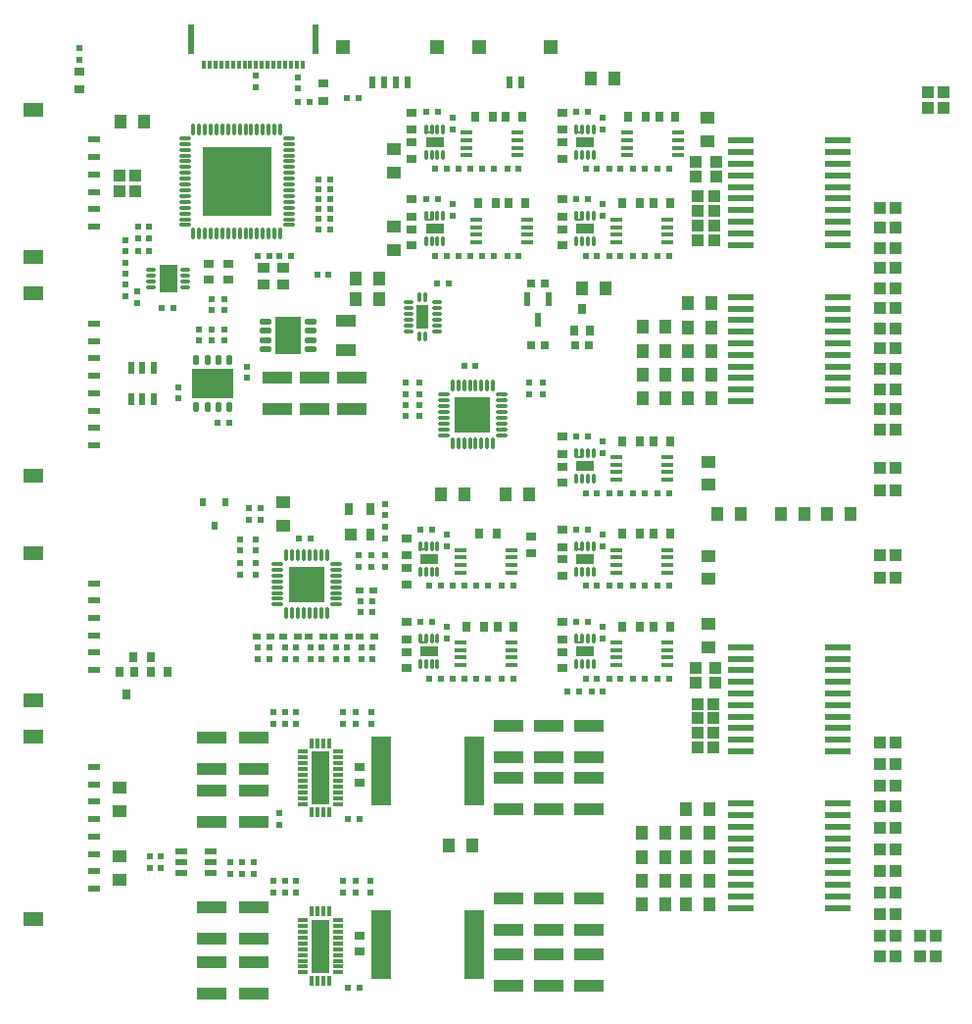
<source format=gtp>
G04 Layer_Color=8421504*
%FSLAX25Y25*%
%MOIN*%
G70*
G01*
G75*
%ADD10R,0.07087X0.03937*%
G04:AMPARAMS|DCode=11|XSize=11.81mil|YSize=35.43mil|CornerRadius=1.18mil|HoleSize=0mil|Usage=FLASHONLY|Rotation=90.000|XOffset=0mil|YOffset=0mil|HoleType=Round|Shape=RoundedRectangle|*
%AMROUNDEDRECTD11*
21,1,0.01181,0.03307,0,0,90.0*
21,1,0.00945,0.03543,0,0,90.0*
1,1,0.00236,0.01654,0.00472*
1,1,0.00236,0.01654,-0.00472*
1,1,0.00236,-0.01654,-0.00472*
1,1,0.00236,-0.01654,0.00472*
%
%ADD11ROUNDEDRECTD11*%
G04:AMPARAMS|DCode=12|XSize=11.81mil|YSize=35.43mil|CornerRadius=1.18mil|HoleSize=0mil|Usage=FLASHONLY|Rotation=0.000|XOffset=0mil|YOffset=0mil|HoleType=Round|Shape=RoundedRectangle|*
%AMROUNDEDRECTD12*
21,1,0.01181,0.03307,0,0,0.0*
21,1,0.00945,0.03543,0,0,0.0*
1,1,0.00236,0.00472,-0.01654*
1,1,0.00236,-0.00472,-0.01654*
1,1,0.00236,-0.00472,0.01654*
1,1,0.00236,0.00472,0.01654*
%
%ADD12ROUNDEDRECTD12*%
%ADD13R,0.06496X0.18307*%
%ADD14R,0.03937X0.02165*%
%ADD15R,0.02362X0.04724*%
%ADD16R,0.02362X0.04134*%
%ADD17R,0.02165X0.03150*%
G04:AMPARAMS|DCode=18|XSize=27.56mil|YSize=43.31mil|CornerRadius=1.38mil|HoleSize=0mil|Usage=FLASHONLY|Rotation=0.000|XOffset=0mil|YOffset=0mil|HoleType=Round|Shape=RoundedRectangle|*
%AMROUNDEDRECTD18*
21,1,0.02756,0.04055,0,0,0.0*
21,1,0.02480,0.04331,0,0,0.0*
1,1,0.00276,0.01240,-0.02028*
1,1,0.00276,-0.01240,-0.02028*
1,1,0.00276,-0.01240,0.02028*
1,1,0.00276,0.01240,0.02028*
%
%ADD18ROUNDEDRECTD18*%
G04:AMPARAMS|DCode=19|XSize=43.31mil|YSize=43.31mil|CornerRadius=2.17mil|HoleSize=0mil|Usage=FLASHONLY|Rotation=0.000|XOffset=0mil|YOffset=0mil|HoleType=Round|Shape=RoundedRectangle|*
%AMROUNDEDRECTD19*
21,1,0.04331,0.03898,0,0,0.0*
21,1,0.03898,0.04331,0,0,0.0*
1,1,0.00433,0.01949,-0.01949*
1,1,0.00433,-0.01949,-0.01949*
1,1,0.00433,-0.01949,0.01949*
1,1,0.00433,0.01949,0.01949*
%
%ADD19ROUNDEDRECTD19*%
G04:AMPARAMS|DCode=20|XSize=11.81mil|YSize=39.37mil|CornerRadius=4.72mil|HoleSize=0mil|Usage=FLASHONLY|Rotation=90.000|XOffset=0mil|YOffset=0mil|HoleType=Round|Shape=RoundedRectangle|*
%AMROUNDEDRECTD20*
21,1,0.01181,0.02992,0,0,90.0*
21,1,0.00236,0.03937,0,0,90.0*
1,1,0.00945,0.01496,0.00118*
1,1,0.00945,0.01496,-0.00118*
1,1,0.00945,-0.01496,-0.00118*
1,1,0.00945,-0.01496,0.00118*
%
%ADD20ROUNDEDRECTD20*%
G04:AMPARAMS|DCode=21|XSize=11.81mil|YSize=39.37mil|CornerRadius=4.72mil|HoleSize=0mil|Usage=FLASHONLY|Rotation=0.000|XOffset=0mil|YOffset=0mil|HoleType=Round|Shape=RoundedRectangle|*
%AMROUNDEDRECTD21*
21,1,0.01181,0.02992,0,0,0.0*
21,1,0.00236,0.03937,0,0,0.0*
1,1,0.00945,0.00118,-0.01496*
1,1,0.00945,-0.00118,-0.01496*
1,1,0.00945,-0.00118,0.01496*
1,1,0.00945,0.00118,0.01496*
%
%ADD21ROUNDEDRECTD21*%
%ADD22R,0.23622X0.23622*%
G04:AMPARAMS|DCode=23|XSize=11.81mil|YSize=39.37mil|CornerRadius=2.95mil|HoleSize=0mil|Usage=FLASHONLY|Rotation=90.000|XOffset=0mil|YOffset=0mil|HoleType=Round|Shape=RoundedRectangle|*
%AMROUNDEDRECTD23*
21,1,0.01181,0.03347,0,0,90.0*
21,1,0.00591,0.03937,0,0,90.0*
1,1,0.00591,0.01673,0.00295*
1,1,0.00591,0.01673,-0.00295*
1,1,0.00591,-0.01673,-0.00295*
1,1,0.00591,-0.01673,0.00295*
%
%ADD23ROUNDEDRECTD23*%
G04:AMPARAMS|DCode=24|XSize=11.81mil|YSize=39.37mil|CornerRadius=2.95mil|HoleSize=0mil|Usage=FLASHONLY|Rotation=0.000|XOffset=0mil|YOffset=0mil|HoleType=Round|Shape=RoundedRectangle|*
%AMROUNDEDRECTD24*
21,1,0.01181,0.03347,0,0,0.0*
21,1,0.00591,0.03937,0,0,0.0*
1,1,0.00591,0.00295,-0.01673*
1,1,0.00591,-0.00295,-0.01673*
1,1,0.00591,-0.00295,0.01673*
1,1,0.00591,0.00295,0.01673*
%
%ADD24ROUNDEDRECTD24*%
%ADD25R,0.12402X0.12402*%
%ADD26R,0.04134X0.02362*%
%ADD27R,0.07087X0.04921*%
%ADD28R,0.04961X0.05118*%
%ADD29R,0.01969X0.03937*%
%ADD30R,0.02756X0.03543*%
%ADD31R,0.08898X0.02402*%
%ADD32R,0.03937X0.03347*%
%ADD33R,0.04331X0.08268*%
G04:AMPARAMS|DCode=34|XSize=11.81mil|YSize=31.5mil|CornerRadius=1.18mil|HoleSize=0mil|Usage=FLASHONLY|Rotation=0.000|XOffset=0mil|YOffset=0mil|HoleType=Round|Shape=RoundedRectangle|*
%AMROUNDEDRECTD34*
21,1,0.01181,0.02913,0,0,0.0*
21,1,0.00945,0.03150,0,0,0.0*
1,1,0.00236,0.00472,-0.01457*
1,1,0.00236,-0.00472,-0.01457*
1,1,0.00236,-0.00472,0.01457*
1,1,0.00236,0.00472,0.01457*
%
%ADD34ROUNDEDRECTD34*%
G04:AMPARAMS|DCode=35|XSize=11.81mil|YSize=31.5mil|CornerRadius=1.18mil|HoleSize=0mil|Usage=FLASHONLY|Rotation=90.000|XOffset=0mil|YOffset=0mil|HoleType=Round|Shape=RoundedRectangle|*
%AMROUNDEDRECTD35*
21,1,0.01181,0.02913,0,0,90.0*
21,1,0.00945,0.03150,0,0,90.0*
1,1,0.00236,0.01457,0.00472*
1,1,0.00236,0.01457,-0.00472*
1,1,0.00236,-0.01457,-0.00472*
1,1,0.00236,-0.01457,0.00472*
%
%ADD35ROUNDEDRECTD35*%
G04:AMPARAMS|DCode=36|XSize=11.81mil|YSize=31.5mil|CornerRadius=2.95mil|HoleSize=0mil|Usage=FLASHONLY|Rotation=180.000|XOffset=0mil|YOffset=0mil|HoleType=Round|Shape=RoundedRectangle|*
%AMROUNDEDRECTD36*
21,1,0.01181,0.02559,0,0,180.0*
21,1,0.00591,0.03150,0,0,180.0*
1,1,0.00591,-0.00295,0.01280*
1,1,0.00591,0.00295,0.01280*
1,1,0.00591,0.00295,-0.01280*
1,1,0.00591,-0.00295,-0.01280*
%
%ADD36ROUNDEDRECTD36*%
%ADD37R,0.06496X0.03740*%
%ADD38R,0.01969X0.00787*%
%ADD39R,0.09055X0.12598*%
G04:AMPARAMS|DCode=40|XSize=17.72mil|YSize=39.37mil|CornerRadius=1.77mil|HoleSize=0mil|Usage=FLASHONLY|Rotation=270.000|XOffset=0mil|YOffset=0mil|HoleType=Round|Shape=RoundedRectangle|*
%AMROUNDEDRECTD40*
21,1,0.01772,0.03583,0,0,270.0*
21,1,0.01417,0.03937,0,0,270.0*
1,1,0.00354,-0.01791,-0.00709*
1,1,0.00354,-0.01791,0.00709*
1,1,0.00354,0.01791,0.00709*
1,1,0.00354,0.01791,-0.00709*
%
%ADD40ROUNDEDRECTD40*%
G04:AMPARAMS|DCode=41|XSize=17.72mil|YSize=31.5mil|CornerRadius=1.77mil|HoleSize=0mil|Usage=FLASHONLY|Rotation=0.000|XOffset=0mil|YOffset=0mil|HoleType=Round|Shape=RoundedRectangle|*
%AMROUNDEDRECTD41*
21,1,0.01772,0.02795,0,0,0.0*
21,1,0.01417,0.03150,0,0,0.0*
1,1,0.00354,0.00709,-0.01398*
1,1,0.00354,-0.00709,-0.01398*
1,1,0.00354,-0.00709,0.01398*
1,1,0.00354,0.00709,0.01398*
%
%ADD41ROUNDEDRECTD41*%
%ADD42R,0.14173X0.10236*%
G04:AMPARAMS|DCode=43|XSize=11.81mil|YSize=31.5mil|CornerRadius=2.95mil|HoleSize=0mil|Usage=FLASHONLY|Rotation=270.000|XOffset=0mil|YOffset=0mil|HoleType=Round|Shape=RoundedRectangle|*
%AMROUNDEDRECTD43*
21,1,0.01181,0.02559,0,0,270.0*
21,1,0.00591,0.03150,0,0,270.0*
1,1,0.00591,-0.01280,-0.00295*
1,1,0.00591,-0.01280,0.00295*
1,1,0.00591,0.01280,0.00295*
1,1,0.00591,0.01280,-0.00295*
%
%ADD43ROUNDEDRECTD43*%
%ADD44R,0.06496X0.09449*%
%ADD45R,0.03543X0.03150*%
%ADD46R,0.10236X0.04331*%
%ADD47R,0.02362X0.10236*%
%ADD48R,0.01181X0.02756*%
%ADD49R,0.07087X0.23228*%
%ADD50R,0.03150X0.03543*%
%ADD51R,0.03543X0.02756*%
G04:AMPARAMS|DCode=52|XSize=27.56mil|YSize=35.43mil|CornerRadius=1.38mil|HoleSize=0mil|Usage=FLASHONLY|Rotation=0.000|XOffset=0mil|YOffset=0mil|HoleType=Round|Shape=RoundedRectangle|*
%AMROUNDEDRECTD52*
21,1,0.02756,0.03268,0,0,0.0*
21,1,0.02480,0.03543,0,0,0.0*
1,1,0.00276,0.01240,-0.01634*
1,1,0.00276,-0.01240,-0.01634*
1,1,0.00276,-0.01240,0.01634*
1,1,0.00276,0.01240,0.01634*
%
%ADD52ROUNDEDRECTD52*%
%ADD53R,0.03150X0.02756*%
%ADD54R,0.02362X0.02362*%
%ADD55R,0.03150X0.02362*%
%ADD56R,0.03858X0.03858*%
%ADD57R,0.03937X0.05118*%
%ADD58R,0.02362X0.02362*%
%ADD59R,0.05118X0.03937*%
%ADD60R,0.03858X0.03858*%
G04:AMPARAMS|DCode=61|XSize=16.14mil|YSize=43.31mil|CornerRadius=4.04mil|HoleSize=0mil|Usage=FLASHONLY|Rotation=90.000|XOffset=0mil|YOffset=0mil|HoleType=Round|Shape=RoundedRectangle|*
%AMROUNDEDRECTD61*
21,1,0.01614,0.03524,0,0,90.0*
21,1,0.00807,0.04331,0,0,90.0*
1,1,0.00807,0.01762,0.00404*
1,1,0.00807,0.01762,-0.00404*
1,1,0.00807,-0.01762,-0.00404*
1,1,0.00807,-0.01762,0.00404*
%
%ADD61ROUNDEDRECTD61*%
%ADD62R,0.03937X0.04331*%
D10*
X82382Y55709D02*
D03*
Y65551D02*
D03*
D11*
X67716Y-138091D02*
D03*
Y-140059D02*
D03*
Y-142028D02*
D03*
Y-143996D02*
D03*
Y-145965D02*
D03*
Y-147933D02*
D03*
Y-149902D02*
D03*
Y-151870D02*
D03*
Y-153839D02*
D03*
Y-155807D02*
D03*
X79527D02*
D03*
Y-153839D02*
D03*
Y-151870D02*
D03*
Y-149902D02*
D03*
Y-147933D02*
D03*
Y-145965D02*
D03*
Y-138091D02*
D03*
Y-140059D02*
D03*
Y-142028D02*
D03*
Y-143996D02*
D03*
X67716Y-80807D02*
D03*
Y-82776D02*
D03*
Y-84744D02*
D03*
Y-86713D02*
D03*
Y-88681D02*
D03*
Y-90650D02*
D03*
Y-92618D02*
D03*
Y-94587D02*
D03*
Y-96555D02*
D03*
Y-98524D02*
D03*
X79527D02*
D03*
Y-96555D02*
D03*
Y-94587D02*
D03*
Y-92618D02*
D03*
Y-90650D02*
D03*
Y-88681D02*
D03*
Y-80807D02*
D03*
Y-82776D02*
D03*
Y-84744D02*
D03*
Y-86713D02*
D03*
D12*
X70669Y-158760D02*
D03*
X72638D02*
D03*
X74606D02*
D03*
X76575D02*
D03*
X70669Y-135138D02*
D03*
X72638D02*
D03*
X74606D02*
D03*
X76575D02*
D03*
X70669Y-101476D02*
D03*
X72638D02*
D03*
X74606D02*
D03*
X76575D02*
D03*
X70669Y-77854D02*
D03*
X72638D02*
D03*
X74606D02*
D03*
X76575D02*
D03*
D13*
X73622Y-146949D02*
D03*
Y-89665D02*
D03*
D14*
X26083Y-114665D02*
D03*
Y-118405D02*
D03*
Y-122146D02*
D03*
X36319Y-122146D02*
D03*
Y-118405D02*
D03*
Y-114665D02*
D03*
D15*
X147638Y66043D02*
D03*
X143898Y73130D02*
D03*
X151378D02*
D03*
D16*
X16732Y49705D02*
D03*
X12992D02*
D03*
X9252D02*
D03*
Y39075D02*
D03*
X12992D02*
D03*
X16732D02*
D03*
D17*
X37402Y-3937D02*
D03*
X41142Y3937D02*
D03*
X33661D02*
D03*
D18*
X83169Y1772D02*
D03*
X90650D02*
D03*
Y-6890D02*
D03*
D19*
X83957D02*
D03*
D20*
X27403Y127698D02*
D03*
Y125730D02*
D03*
Y123761D02*
D03*
Y121793D02*
D03*
Y119824D02*
D03*
Y117856D02*
D03*
Y115887D02*
D03*
Y113919D02*
D03*
Y111950D02*
D03*
Y109982D02*
D03*
Y108013D02*
D03*
Y106045D02*
D03*
Y104076D02*
D03*
Y102108D02*
D03*
Y100139D02*
D03*
Y98171D02*
D03*
X62836D02*
D03*
Y100139D02*
D03*
Y102108D02*
D03*
Y104076D02*
D03*
Y106045D02*
D03*
Y108013D02*
D03*
Y109982D02*
D03*
Y111950D02*
D03*
Y113919D02*
D03*
Y115887D02*
D03*
Y117856D02*
D03*
Y119824D02*
D03*
Y121793D02*
D03*
Y123761D02*
D03*
Y125730D02*
D03*
Y127698D02*
D03*
D21*
X30356Y95218D02*
D03*
X32324D02*
D03*
X34293D02*
D03*
X36261D02*
D03*
X38230D02*
D03*
X40199D02*
D03*
X42167D02*
D03*
X44136D02*
D03*
X46104D02*
D03*
X48073D02*
D03*
X50041D02*
D03*
X52010D02*
D03*
X53978D02*
D03*
X55947D02*
D03*
X57915D02*
D03*
X59884D02*
D03*
Y130651D02*
D03*
X57915D02*
D03*
X55947D02*
D03*
X53978D02*
D03*
X52010D02*
D03*
X50041D02*
D03*
X48073D02*
D03*
X46104D02*
D03*
X44136D02*
D03*
X42167D02*
D03*
X40199D02*
D03*
X38230D02*
D03*
X36261D02*
D03*
X34293D02*
D03*
X32324D02*
D03*
X30356D02*
D03*
D22*
X45120Y112935D02*
D03*
D23*
X59055Y-17028D02*
D03*
Y-18996D02*
D03*
Y-20965D02*
D03*
Y-22933D02*
D03*
Y-24902D02*
D03*
Y-26870D02*
D03*
Y-28839D02*
D03*
Y-30807D02*
D03*
X78740D02*
D03*
Y-28839D02*
D03*
Y-26870D02*
D03*
Y-24902D02*
D03*
Y-22933D02*
D03*
Y-20965D02*
D03*
Y-18996D02*
D03*
Y-17028D02*
D03*
X115551Y40551D02*
D03*
Y38583D02*
D03*
Y36614D02*
D03*
Y34646D02*
D03*
Y32677D02*
D03*
Y30709D02*
D03*
Y28740D02*
D03*
Y26772D02*
D03*
X135236D02*
D03*
Y28740D02*
D03*
Y30709D02*
D03*
Y32677D02*
D03*
Y34646D02*
D03*
Y36614D02*
D03*
Y38583D02*
D03*
Y40551D02*
D03*
D24*
X62008Y-33760D02*
D03*
X63976D02*
D03*
X65945D02*
D03*
X67913D02*
D03*
X69882D02*
D03*
X71850D02*
D03*
X73819D02*
D03*
X75787D02*
D03*
Y-14075D02*
D03*
X73819D02*
D03*
X71850D02*
D03*
X69882D02*
D03*
X67913D02*
D03*
X65945D02*
D03*
X63976D02*
D03*
X62008D02*
D03*
X118504Y23819D02*
D03*
X120472D02*
D03*
X122441D02*
D03*
X124409D02*
D03*
X126378D02*
D03*
X128347D02*
D03*
X130315D02*
D03*
X132283D02*
D03*
Y43504D02*
D03*
X130315D02*
D03*
X128347D02*
D03*
X126378D02*
D03*
X124409D02*
D03*
X122441D02*
D03*
X120472D02*
D03*
X118504D02*
D03*
D25*
X68898Y-23917D02*
D03*
X125394Y33661D02*
D03*
D26*
X-3543Y-86024D02*
D03*
Y-91929D02*
D03*
Y-97835D02*
D03*
Y-103740D02*
D03*
Y-109646D02*
D03*
Y-115551D02*
D03*
Y-121457D02*
D03*
Y-127362D02*
D03*
Y23327D02*
D03*
Y29232D02*
D03*
Y35138D02*
D03*
Y41043D02*
D03*
Y46949D02*
D03*
Y52854D02*
D03*
Y58760D02*
D03*
Y64665D02*
D03*
Y-53051D02*
D03*
Y-47146D02*
D03*
Y-41240D02*
D03*
Y-35335D02*
D03*
Y-29429D02*
D03*
Y-23524D02*
D03*
Y97638D02*
D03*
Y103543D02*
D03*
Y109449D02*
D03*
Y115354D02*
D03*
Y121260D02*
D03*
Y127165D02*
D03*
D27*
X-24016Y-75787D02*
D03*
Y-137598D02*
D03*
Y13091D02*
D03*
Y74902D02*
D03*
Y-63287D02*
D03*
Y-13287D02*
D03*
Y87402D02*
D03*
Y137402D02*
D03*
D28*
X81102Y158524D02*
D03*
X113386D02*
D03*
X151969Y158523D02*
D03*
X127559D02*
D03*
D29*
X91339Y146752D02*
D03*
X103150D02*
D03*
X99213D02*
D03*
X95276D02*
D03*
X141732Y146752D02*
D03*
X137795D02*
D03*
D30*
X182283Y-38189D02*
D03*
X176378D02*
D03*
X21654Y-53839D02*
D03*
X15748D02*
D03*
X184252Y135039D02*
D03*
X178347D02*
D03*
X182283Y24803D02*
D03*
X176378D02*
D03*
X132087Y135039D02*
D03*
X126181D02*
D03*
X182283Y-6693D02*
D03*
X176378D02*
D03*
X133071Y105512D02*
D03*
X127165D02*
D03*
X182283D02*
D03*
X176378D02*
D03*
X133563Y-6791D02*
D03*
X127657D02*
D03*
X9843Y-48819D02*
D03*
X15748D02*
D03*
X129134Y-38189D02*
D03*
X123228D02*
D03*
D31*
X216437Y-45276D02*
D03*
Y-49213D02*
D03*
Y-53150D02*
D03*
Y-57087D02*
D03*
Y-61024D02*
D03*
Y-64961D02*
D03*
Y-68898D02*
D03*
Y-72835D02*
D03*
Y-76772D02*
D03*
Y-80709D02*
D03*
X249429D02*
D03*
Y-76772D02*
D03*
Y-72835D02*
D03*
Y-68898D02*
D03*
Y-64961D02*
D03*
Y-61024D02*
D03*
Y-57087D02*
D03*
Y-53150D02*
D03*
Y-49213D02*
D03*
Y-45276D02*
D03*
X216437Y-98425D02*
D03*
Y-102362D02*
D03*
Y-106299D02*
D03*
Y-110236D02*
D03*
Y-114173D02*
D03*
Y-118110D02*
D03*
Y-122047D02*
D03*
Y-125984D02*
D03*
Y-129921D02*
D03*
Y-133858D02*
D03*
X249429D02*
D03*
Y-129921D02*
D03*
Y-125984D02*
D03*
Y-122047D02*
D03*
Y-118110D02*
D03*
Y-114173D02*
D03*
Y-110236D02*
D03*
Y-106299D02*
D03*
Y-102362D02*
D03*
Y-98425D02*
D03*
X216437Y73740D02*
D03*
Y69803D02*
D03*
Y65866D02*
D03*
Y61929D02*
D03*
Y57992D02*
D03*
Y54055D02*
D03*
Y50118D02*
D03*
Y46181D02*
D03*
Y42244D02*
D03*
Y38307D02*
D03*
X249429D02*
D03*
Y42244D02*
D03*
Y46181D02*
D03*
Y50118D02*
D03*
Y54055D02*
D03*
Y57992D02*
D03*
Y61929D02*
D03*
Y65866D02*
D03*
Y69803D02*
D03*
Y73740D02*
D03*
X216437Y126890D02*
D03*
Y122953D02*
D03*
Y119016D02*
D03*
Y115079D02*
D03*
Y111142D02*
D03*
Y107205D02*
D03*
Y103268D02*
D03*
Y99331D02*
D03*
Y95394D02*
D03*
Y91457D02*
D03*
X249429D02*
D03*
Y95394D02*
D03*
Y99331D02*
D03*
Y103268D02*
D03*
Y107205D02*
D03*
Y111142D02*
D03*
Y115079D02*
D03*
Y119016D02*
D03*
Y122953D02*
D03*
Y126890D02*
D03*
D32*
X54134Y78150D02*
D03*
X60827D02*
D03*
Y83661D02*
D03*
X54134D02*
D03*
D33*
X108366Y66929D02*
D03*
D34*
X107382Y73622D02*
D03*
X109350D02*
D03*
Y60236D02*
D03*
X107382D02*
D03*
D35*
X113091Y71850D02*
D03*
Y69882D02*
D03*
Y67913D02*
D03*
Y65945D02*
D03*
Y63976D02*
D03*
Y62008D02*
D03*
X103642D02*
D03*
Y63976D02*
D03*
Y65945D02*
D03*
Y67913D02*
D03*
Y69882D02*
D03*
Y71850D02*
D03*
D36*
X160630Y92618D02*
D03*
X162598D02*
D03*
X164567D02*
D03*
X166535D02*
D03*
Y101279D02*
D03*
X164567D02*
D03*
X162598D02*
D03*
X160630D02*
D03*
Y-42421D02*
D03*
X162598D02*
D03*
X164567D02*
D03*
X166535D02*
D03*
Y-51083D02*
D03*
X164567D02*
D03*
X162598D02*
D03*
X160630D02*
D03*
Y122146D02*
D03*
X162598D02*
D03*
X164567D02*
D03*
X166535D02*
D03*
Y130807D02*
D03*
X164567D02*
D03*
X162598D02*
D03*
X160630D02*
D03*
Y11909D02*
D03*
X162598D02*
D03*
X164567D02*
D03*
X166535D02*
D03*
Y20571D02*
D03*
X164567D02*
D03*
X162598D02*
D03*
X160630D02*
D03*
X109449Y122146D02*
D03*
X111417D02*
D03*
X113386D02*
D03*
X115354D02*
D03*
Y130807D02*
D03*
X113386D02*
D03*
X111417D02*
D03*
X109449D02*
D03*
X160630Y-19587D02*
D03*
X162598D02*
D03*
X164567D02*
D03*
X166535D02*
D03*
Y-10925D02*
D03*
X164567D02*
D03*
X162598D02*
D03*
X160630D02*
D03*
X109449Y92618D02*
D03*
X111417D02*
D03*
X113386D02*
D03*
X115354D02*
D03*
Y101279D02*
D03*
X113386D02*
D03*
X111417D02*
D03*
X109449D02*
D03*
X107480Y-10925D02*
D03*
X109449D02*
D03*
X111417D02*
D03*
X113386D02*
D03*
Y-19587D02*
D03*
X111417D02*
D03*
X109449D02*
D03*
X107480D02*
D03*
Y-42421D02*
D03*
X109449D02*
D03*
X111417D02*
D03*
X113386D02*
D03*
Y-51083D02*
D03*
X111417D02*
D03*
X109449D02*
D03*
X107480D02*
D03*
D37*
X163583Y96949D02*
D03*
Y-46752D02*
D03*
Y126476D02*
D03*
Y16240D02*
D03*
X112402Y126476D02*
D03*
X163583Y-15256D02*
D03*
X112402Y96949D02*
D03*
X110433Y-15256D02*
D03*
Y-46752D02*
D03*
D38*
X161614Y100098D02*
D03*
Y-43602D02*
D03*
Y129626D02*
D03*
Y19390D02*
D03*
X110433Y129626D02*
D03*
X161614Y-12106D02*
D03*
X110433Y100098D02*
D03*
X108465Y-12106D02*
D03*
Y-43602D02*
D03*
D39*
X62697Y60630D02*
D03*
D40*
X55020Y55905D02*
D03*
Y59055D02*
D03*
Y62205D02*
D03*
Y65354D02*
D03*
X70374D02*
D03*
Y62205D02*
D03*
Y59055D02*
D03*
Y55905D02*
D03*
D41*
X42618Y52165D02*
D03*
X38878D02*
D03*
X35138D02*
D03*
X31398D02*
D03*
Y36417D02*
D03*
X35138D02*
D03*
X38878D02*
D03*
X42618D02*
D03*
D42*
X37008Y44291D02*
D03*
D43*
X27657Y76968D02*
D03*
Y78937D02*
D03*
Y80905D02*
D03*
Y82874D02*
D03*
X15846D02*
D03*
Y80905D02*
D03*
Y78937D02*
D03*
Y76968D02*
D03*
D44*
X21752Y79921D02*
D03*
D45*
X74409Y140256D02*
D03*
Y146161D02*
D03*
X87008Y-148721D02*
D03*
Y-143209D02*
D03*
Y-91437D02*
D03*
Y-85925D02*
D03*
X35630Y79528D02*
D03*
Y85039D02*
D03*
X42126Y79528D02*
D03*
Y85039D02*
D03*
X-8563Y150197D02*
D03*
Y144291D02*
D03*
X155905Y120768D02*
D03*
Y126279D02*
D03*
Y10531D02*
D03*
Y16043D02*
D03*
X104724Y120768D02*
D03*
Y126279D02*
D03*
X155905Y-20965D02*
D03*
Y-15453D02*
D03*
X104724Y91240D02*
D03*
Y96752D02*
D03*
X155905Y91240D02*
D03*
Y96752D02*
D03*
X145374Y-13189D02*
D03*
Y-7677D02*
D03*
X102756Y-23917D02*
D03*
Y-18406D02*
D03*
Y-52461D02*
D03*
Y-46949D02*
D03*
X155905Y-52461D02*
D03*
Y-46949D02*
D03*
D46*
X58760Y46260D02*
D03*
Y35630D02*
D03*
X137697Y-89665D02*
D03*
Y-100295D02*
D03*
X164961Y-149705D02*
D03*
Y-160335D02*
D03*
X137697Y-82677D02*
D03*
Y-72047D02*
D03*
Y-141437D02*
D03*
Y-130807D02*
D03*
X151083Y-149705D02*
D03*
Y-160335D02*
D03*
Y-82677D02*
D03*
Y-72047D02*
D03*
X36713Y-86614D02*
D03*
Y-75984D02*
D03*
X36713Y-133563D02*
D03*
Y-144193D02*
D03*
X50984Y-133563D02*
D03*
Y-144193D02*
D03*
Y-162894D02*
D03*
Y-152264D02*
D03*
X36713Y-162894D02*
D03*
Y-152264D02*
D03*
X50984Y-94095D02*
D03*
Y-104724D02*
D03*
X36713Y-94095D02*
D03*
Y-104724D02*
D03*
X50984Y-86614D02*
D03*
Y-75984D02*
D03*
X164961Y-141437D02*
D03*
Y-130807D02*
D03*
X151083Y-89665D02*
D03*
Y-100295D02*
D03*
X137697Y-149705D02*
D03*
Y-160335D02*
D03*
X164961Y-82677D02*
D03*
Y-72047D02*
D03*
Y-89665D02*
D03*
Y-100295D02*
D03*
X151083Y-141437D02*
D03*
Y-130807D02*
D03*
X71555Y46260D02*
D03*
Y35630D02*
D03*
X84350Y46260D02*
D03*
Y35630D02*
D03*
D47*
X71752Y161319D02*
D03*
X29626D02*
D03*
D48*
X33957Y152657D02*
D03*
X35925D02*
D03*
X37894D02*
D03*
X39862D02*
D03*
X41831D02*
D03*
X43799D02*
D03*
X45768D02*
D03*
X47736D02*
D03*
X67421D02*
D03*
X65453D02*
D03*
X63484D02*
D03*
X61516D02*
D03*
X59547D02*
D03*
X57579D02*
D03*
X55610D02*
D03*
X53642D02*
D03*
X51673D02*
D03*
X49705D02*
D03*
D49*
X94291Y-146358D02*
D03*
X125787D02*
D03*
Y-87500D02*
D03*
X94291D02*
D03*
D50*
X143209Y105512D02*
D03*
X137697D02*
D03*
X194390Y135039D02*
D03*
X188878D02*
D03*
X192421Y24803D02*
D03*
X186909D02*
D03*
X142224Y135039D02*
D03*
X136713D02*
D03*
X192421Y-6693D02*
D03*
X186909D02*
D03*
X192421Y105512D02*
D03*
X186909D02*
D03*
X139272Y-38189D02*
D03*
X133760D02*
D03*
X192421D02*
D03*
X186909D02*
D03*
D51*
X155905Y-42717D02*
D03*
Y-36811D02*
D03*
Y130512D02*
D03*
Y136417D02*
D03*
Y20276D02*
D03*
Y26181D02*
D03*
X104724Y130512D02*
D03*
Y136417D02*
D03*
X155905Y-11220D02*
D03*
Y-5315D02*
D03*
X104724Y100984D02*
D03*
Y106890D02*
D03*
X155905Y100984D02*
D03*
Y106890D02*
D03*
X102756Y-14173D02*
D03*
Y-8268D02*
D03*
Y-42717D02*
D03*
Y-36811D02*
D03*
D52*
X162600Y69640D02*
D03*
X165159Y62160D02*
D03*
X160041D02*
D03*
X10236Y-53839D02*
D03*
X5118D02*
D03*
X7677Y-61319D02*
D03*
D53*
X160238Y57200D02*
D03*
X164962D02*
D03*
X145256D02*
D03*
X149980D02*
D03*
Y78346D02*
D03*
X145256D02*
D03*
D54*
X95571Y-14173D02*
D03*
Y-18110D02*
D03*
X95571Y-4331D02*
D03*
Y-8268D02*
D03*
X85728Y-71260D02*
D03*
Y-67323D02*
D03*
X57579Y-124606D02*
D03*
Y-128543D02*
D03*
X65256D02*
D03*
Y-124606D02*
D03*
X81201Y-67323D02*
D03*
Y-71260D02*
D03*
X90748D02*
D03*
Y-67323D02*
D03*
X57579D02*
D03*
Y-71260D02*
D03*
X65256D02*
D03*
Y-67323D02*
D03*
X59449Y-105709D02*
D03*
Y-101772D02*
D03*
X81195Y-128543D02*
D03*
Y-124606D02*
D03*
X90650Y-124606D02*
D03*
Y-128543D02*
D03*
X61417Y-124606D02*
D03*
Y-128543D02*
D03*
X85722Y-124606D02*
D03*
Y-128543D02*
D03*
X61417Y-71260D02*
D03*
Y-67323D02*
D03*
X36516Y69193D02*
D03*
Y73130D02*
D03*
X40748D02*
D03*
Y69193D02*
D03*
X7382Y93110D02*
D03*
Y89173D02*
D03*
X36516Y58858D02*
D03*
Y62795D02*
D03*
X7382Y78051D02*
D03*
Y74114D02*
D03*
Y81496D02*
D03*
Y85433D02*
D03*
X56299Y-45276D02*
D03*
Y-49213D02*
D03*
X61417D02*
D03*
Y-45276D02*
D03*
X169685Y134744D02*
D03*
Y130807D02*
D03*
Y20571D02*
D03*
Y24508D02*
D03*
X118504Y134744D02*
D03*
Y130807D02*
D03*
X169685Y-10925D02*
D03*
Y-6988D02*
D03*
X118504Y105217D02*
D03*
Y101279D02*
D03*
X169685D02*
D03*
Y105217D02*
D03*
X48720Y50098D02*
D03*
Y46161D02*
D03*
X116535Y-6988D02*
D03*
Y-10925D02*
D03*
X32283Y58858D02*
D03*
Y62795D02*
D03*
X51675Y148827D02*
D03*
Y144890D02*
D03*
X-8563Y154331D02*
D03*
Y158268D02*
D03*
X40748Y62795D02*
D03*
Y58858D02*
D03*
X65929Y144488D02*
D03*
Y148425D02*
D03*
X25295Y43110D02*
D03*
Y39173D02*
D03*
X11122Y75492D02*
D03*
Y71555D02*
D03*
X49213Y-1969D02*
D03*
Y1969D02*
D03*
X53150Y-1969D02*
D03*
Y1969D02*
D03*
X102657Y33169D02*
D03*
Y37106D02*
D03*
X19390Y-116437D02*
D03*
Y-120374D02*
D03*
X46949Y-118405D02*
D03*
Y-122343D02*
D03*
X15453Y-116437D02*
D03*
Y-120374D02*
D03*
X43012Y-118405D02*
D03*
Y-122343D02*
D03*
X116535Y-42421D02*
D03*
Y-38484D02*
D03*
X169685D02*
D03*
Y-42421D02*
D03*
X50886Y-122343D02*
D03*
Y-118405D02*
D03*
X144587Y40748D02*
D03*
Y44685D02*
D03*
X46211Y-8563D02*
D03*
Y-12500D02*
D03*
X107382Y37106D02*
D03*
Y33169D02*
D03*
X46211Y-16732D02*
D03*
Y-20669D02*
D03*
X107382Y44685D02*
D03*
Y40748D02*
D03*
X51575Y-12500D02*
D03*
Y-8563D02*
D03*
X102657Y40748D02*
D03*
Y44685D02*
D03*
X149213Y40748D02*
D03*
Y44685D02*
D03*
X90896Y-18110D02*
D03*
Y-14173D02*
D03*
X86614D02*
D03*
Y-18110D02*
D03*
X51575Y-20669D02*
D03*
Y-16732D02*
D03*
X74016Y-45276D02*
D03*
Y-49213D02*
D03*
X78740D02*
D03*
Y-45276D02*
D03*
X87402Y-45276D02*
D03*
Y-49213D02*
D03*
X87205Y-33465D02*
D03*
Y-29528D02*
D03*
X52362Y-49213D02*
D03*
Y-45276D02*
D03*
X65354D02*
D03*
Y-49213D02*
D03*
X70079D02*
D03*
Y-45276D02*
D03*
X82677D02*
D03*
Y-49213D02*
D03*
X91339Y-49213D02*
D03*
Y-45276D02*
D03*
X91142Y-29528D02*
D03*
Y-33465D02*
D03*
X95571Y3445D02*
D03*
Y-492D02*
D03*
D55*
X86811Y-25984D02*
D03*
X91535D02*
D03*
X56693Y-41732D02*
D03*
X51968D02*
D03*
X65748D02*
D03*
X61024D02*
D03*
X69685D02*
D03*
X74409D02*
D03*
X78347D02*
D03*
X83071D02*
D03*
X87008D02*
D03*
X91732D02*
D03*
D56*
X5315Y115079D02*
D03*
Y109724D02*
D03*
X10728Y115079D02*
D03*
Y109724D02*
D03*
X285433Y138071D02*
D03*
Y143425D02*
D03*
X280217Y138071D02*
D03*
Y143425D02*
D03*
D57*
X5709Y133465D02*
D03*
X13583D02*
D03*
X206594Y71555D02*
D03*
X198721D02*
D03*
X206594Y63460D02*
D03*
X198721D02*
D03*
X206594Y55364D02*
D03*
X198721D02*
D03*
X206594Y47269D02*
D03*
X198721D02*
D03*
X206594Y39173D02*
D03*
X198721D02*
D03*
X205906Y-100492D02*
D03*
X198031D02*
D03*
X205906Y-108514D02*
D03*
X198031D02*
D03*
X205906Y-116535D02*
D03*
X198031D02*
D03*
X205906Y-124557D02*
D03*
X198031D02*
D03*
X205906Y-132579D02*
D03*
X198031D02*
D03*
X190945Y63484D02*
D03*
X183071D02*
D03*
X190945Y55315D02*
D03*
X183071D02*
D03*
X191043Y47269D02*
D03*
X183169D02*
D03*
X191043Y39173D02*
D03*
X183169D02*
D03*
X190748Y-108514D02*
D03*
X182874D02*
D03*
X190748Y-116535D02*
D03*
X182874D02*
D03*
X190748Y-124557D02*
D03*
X182874D02*
D03*
X190748Y-132579D02*
D03*
X182874D02*
D03*
X173425Y148031D02*
D03*
X165551D02*
D03*
X136713Y6693D02*
D03*
X144587D02*
D03*
X170472Y76673D02*
D03*
X162598D02*
D03*
X246063Y0D02*
D03*
X253937D02*
D03*
X230315Y98D02*
D03*
X238189D02*
D03*
X122539Y6693D02*
D03*
X114665D02*
D03*
X208563Y98D02*
D03*
X216437D02*
D03*
X125098Y-112598D02*
D03*
X117224D02*
D03*
X93602Y80118D02*
D03*
X85728D02*
D03*
X93602Y72835D02*
D03*
X85728D02*
D03*
D58*
X86909Y-160925D02*
D03*
X82972D02*
D03*
Y-103642D02*
D03*
X86909D02*
D03*
X76378Y81299D02*
D03*
X72441D02*
D03*
X42618Y31004D02*
D03*
X38681D02*
D03*
X19488Y70079D02*
D03*
X23425D02*
D03*
X59646Y87500D02*
D03*
X63583D02*
D03*
X56299D02*
D03*
X52362D02*
D03*
X76870Y113779D02*
D03*
X72933D02*
D03*
Y110374D02*
D03*
X76870D02*
D03*
Y103563D02*
D03*
X72933D02*
D03*
Y106968D02*
D03*
X76870D02*
D03*
X11417Y93504D02*
D03*
X15354D02*
D03*
Y97638D02*
D03*
X11417D02*
D03*
X175689Y117323D02*
D03*
X171752D02*
D03*
Y7087D02*
D03*
X175689D02*
D03*
X124508Y117323D02*
D03*
X120571D02*
D03*
X171752Y-24409D02*
D03*
X175689D02*
D03*
X124508Y87795D02*
D03*
X120571D02*
D03*
X171752D02*
D03*
X175689D02*
D03*
X192224Y117323D02*
D03*
X188287D02*
D03*
Y7087D02*
D03*
X192224D02*
D03*
X141043Y117323D02*
D03*
X137106D02*
D03*
X188287Y-24409D02*
D03*
X192224D02*
D03*
X141043Y87795D02*
D03*
X137106D02*
D03*
X188287D02*
D03*
X192224D02*
D03*
X160728Y136516D02*
D03*
X164665D02*
D03*
Y26280D02*
D03*
X160728D02*
D03*
X109547Y136516D02*
D03*
X113484D02*
D03*
X164665Y-5217D02*
D03*
X160728D02*
D03*
X109547Y106988D02*
D03*
X113484D02*
D03*
X164665D02*
D03*
X160728D02*
D03*
X167717Y117323D02*
D03*
X163779D02*
D03*
Y7087D02*
D03*
X167717D02*
D03*
X116535Y117323D02*
D03*
X112598D02*
D03*
X163779Y-24409D02*
D03*
X167717D02*
D03*
X116535Y87795D02*
D03*
X112598D02*
D03*
X163779D02*
D03*
X167717D02*
D03*
X69882Y139862D02*
D03*
X65945D02*
D03*
X183760Y117323D02*
D03*
X179823D02*
D03*
Y7087D02*
D03*
X183760D02*
D03*
X132579Y117323D02*
D03*
X128642D02*
D03*
X179823Y-24409D02*
D03*
X183760D02*
D03*
X132579Y87795D02*
D03*
X128642D02*
D03*
X179823D02*
D03*
X183760D02*
D03*
X122539Y-24409D02*
D03*
X118602D02*
D03*
X139075D02*
D03*
X135138D02*
D03*
X111516Y-5217D02*
D03*
X107579D02*
D03*
X114567Y-24409D02*
D03*
X110630D02*
D03*
X130610D02*
D03*
X126673D02*
D03*
X82480Y141339D02*
D03*
X86417D02*
D03*
X15354Y89173D02*
D03*
X11417D02*
D03*
X72933Y96752D02*
D03*
X76870D02*
D03*
Y100157D02*
D03*
X72933D02*
D03*
X122539Y-55905D02*
D03*
X118602D02*
D03*
X171752D02*
D03*
X175689D02*
D03*
X135138D02*
D03*
X139075D02*
D03*
X192224D02*
D03*
X188287D02*
D03*
X111516Y-36713D02*
D03*
X107579D02*
D03*
X160728D02*
D03*
X164665D02*
D03*
X110630Y-55905D02*
D03*
X114567D02*
D03*
X167717D02*
D03*
X163779D02*
D03*
X130610D02*
D03*
X126673D02*
D03*
X179823D02*
D03*
X183760D02*
D03*
X122441Y50295D02*
D03*
X126378D02*
D03*
X66339Y-8366D02*
D03*
X70276D02*
D03*
X113189Y78347D02*
D03*
X117126D02*
D03*
X165748Y-60433D02*
D03*
X169685D02*
D03*
X157480D02*
D03*
X161417D02*
D03*
D59*
X205709Y9941D02*
D03*
Y17815D02*
D03*
X61024Y-3937D02*
D03*
Y3937D02*
D03*
X98425Y116142D02*
D03*
Y124016D02*
D03*
X205709Y-22146D02*
D03*
Y-14272D02*
D03*
X98425Y89764D02*
D03*
Y97638D02*
D03*
X205118Y134646D02*
D03*
Y126772D02*
D03*
X205709Y-37402D02*
D03*
Y-45276D02*
D03*
X5300Y-100937D02*
D03*
Y-93063D02*
D03*
Y-124185D02*
D03*
Y-116311D02*
D03*
D60*
X263957Y-14134D02*
D03*
X269311D02*
D03*
Y97280D02*
D03*
X263957D02*
D03*
X269311Y-84941D02*
D03*
X263957D02*
D03*
X269311Y-106791D02*
D03*
X263957D02*
D03*
X269311Y-128642D02*
D03*
X263957D02*
D03*
X269311Y-150492D02*
D03*
X263957D02*
D03*
X263957Y104134D02*
D03*
X269311D02*
D03*
X277638Y-143209D02*
D03*
X282992D02*
D03*
X277638Y-150492D02*
D03*
X282992D02*
D03*
X263957Y28740D02*
D03*
X269311D02*
D03*
X269311Y-92225D02*
D03*
X263957D02*
D03*
X269311Y-114075D02*
D03*
X263957D02*
D03*
X269311Y-135925D02*
D03*
X263957D02*
D03*
Y-99508D02*
D03*
X269311D02*
D03*
X263957Y-121358D02*
D03*
X269311D02*
D03*
X263957Y-143209D02*
D03*
X269311D02*
D03*
Y-77658D02*
D03*
X263957D02*
D03*
X269311Y83572D02*
D03*
X263957D02*
D03*
X269311Y63010D02*
D03*
X263957D02*
D03*
X269311Y42448D02*
D03*
X263957D02*
D03*
Y76718D02*
D03*
X269311D02*
D03*
X263957Y56156D02*
D03*
X269311D02*
D03*
X263957Y35594D02*
D03*
X269311D02*
D03*
X263957Y90426D02*
D03*
X269311D02*
D03*
X263957Y69864D02*
D03*
X269311D02*
D03*
X263957Y49302D02*
D03*
X269311D02*
D03*
X263957Y15551D02*
D03*
X269311D02*
D03*
X263957Y8130D02*
D03*
X269311D02*
D03*
Y-21555D02*
D03*
X263957D02*
D03*
X202047Y93110D02*
D03*
X207402D02*
D03*
X201850Y-79331D02*
D03*
X207205D02*
D03*
X202047Y98032D02*
D03*
X207402D02*
D03*
X201850Y-74409D02*
D03*
X207205D02*
D03*
X202047Y103051D02*
D03*
X207402D02*
D03*
X201850Y-69390D02*
D03*
X207205D02*
D03*
X202062Y107924D02*
D03*
X207416D02*
D03*
X201865Y-64517D02*
D03*
X207219D02*
D03*
D61*
X195228Y121830D02*
D03*
Y124389D02*
D03*
Y126948D02*
D03*
Y129507D02*
D03*
X177905Y121830D02*
D03*
Y124389D02*
D03*
Y126948D02*
D03*
Y129507D02*
D03*
X191586Y11594D02*
D03*
Y14153D02*
D03*
Y16712D02*
D03*
Y19271D02*
D03*
X174263Y11594D02*
D03*
Y14153D02*
D03*
Y16712D02*
D03*
Y19271D02*
D03*
X140405Y121830D02*
D03*
Y124389D02*
D03*
Y126948D02*
D03*
Y129507D02*
D03*
X123082Y121830D02*
D03*
Y124389D02*
D03*
Y126948D02*
D03*
Y129507D02*
D03*
X191586Y-19903D02*
D03*
Y-17343D02*
D03*
Y-14784D02*
D03*
Y-12225D02*
D03*
X174263Y-19903D02*
D03*
Y-17343D02*
D03*
Y-14784D02*
D03*
Y-12225D02*
D03*
X144046Y92302D02*
D03*
Y94861D02*
D03*
Y97420D02*
D03*
Y99979D02*
D03*
X126724Y92302D02*
D03*
Y94861D02*
D03*
Y97420D02*
D03*
Y99979D02*
D03*
X191586Y92302D02*
D03*
Y94861D02*
D03*
Y97420D02*
D03*
Y99979D02*
D03*
X174263Y92302D02*
D03*
Y94861D02*
D03*
Y97420D02*
D03*
Y99979D02*
D03*
X121113Y-12225D02*
D03*
Y-14784D02*
D03*
Y-17343D02*
D03*
Y-19903D02*
D03*
X138436Y-12225D02*
D03*
Y-14784D02*
D03*
Y-17343D02*
D03*
Y-19903D02*
D03*
X121113Y-43721D02*
D03*
Y-46280D02*
D03*
Y-48840D02*
D03*
Y-51398D02*
D03*
X138436Y-43721D02*
D03*
Y-46280D02*
D03*
Y-48840D02*
D03*
Y-51398D02*
D03*
X174263Y-43721D02*
D03*
Y-46280D02*
D03*
Y-48840D02*
D03*
Y-51398D02*
D03*
X191586Y-43721D02*
D03*
Y-46280D02*
D03*
Y-48840D02*
D03*
Y-51398D02*
D03*
D62*
X201392Y114665D02*
D03*
X208085D02*
D03*
X201215Y-57480D02*
D03*
X207908D02*
D03*
X201392Y119790D02*
D03*
X208085D02*
D03*
X201215Y-52356D02*
D03*
X207908D02*
D03*
M02*

</source>
